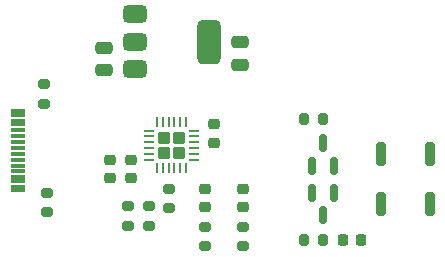
<source format=gbr>
%TF.GenerationSoftware,KiCad,Pcbnew,8.0.2*%
%TF.CreationDate,2024-06-01T19:49:29+09:00*%
%TF.ProjectId,esp8266writer,65737038-3236-4367-9772-697465722e6b,rev?*%
%TF.SameCoordinates,Original*%
%TF.FileFunction,Paste,Top*%
%TF.FilePolarity,Positive*%
%FSLAX46Y46*%
G04 Gerber Fmt 4.6, Leading zero omitted, Abs format (unit mm)*
G04 Created by KiCad (PCBNEW 8.0.2) date 2024-06-01 19:49:29*
%MOMM*%
%LPD*%
G01*
G04 APERTURE LIST*
G04 Aperture macros list*
%AMRoundRect*
0 Rectangle with rounded corners*
0 $1 Rounding radius*
0 $2 $3 $4 $5 $6 $7 $8 $9 X,Y pos of 4 corners*
0 Add a 4 corners polygon primitive as box body*
4,1,4,$2,$3,$4,$5,$6,$7,$8,$9,$2,$3,0*
0 Add four circle primitives for the rounded corners*
1,1,$1+$1,$2,$3*
1,1,$1+$1,$4,$5*
1,1,$1+$1,$6,$7*
1,1,$1+$1,$8,$9*
0 Add four rect primitives between the rounded corners*
20,1,$1+$1,$2,$3,$4,$5,0*
20,1,$1+$1,$4,$5,$6,$7,0*
20,1,$1+$1,$6,$7,$8,$9,0*
20,1,$1+$1,$8,$9,$2,$3,0*%
G04 Aperture macros list end*
%ADD10RoundRect,0.225000X-0.250000X0.225000X-0.250000X-0.225000X0.250000X-0.225000X0.250000X0.225000X0*%
%ADD11RoundRect,0.200000X0.275000X-0.200000X0.275000X0.200000X-0.275000X0.200000X-0.275000X-0.200000X0*%
%ADD12RoundRect,0.200000X-0.275000X0.200000X-0.275000X-0.200000X0.275000X-0.200000X0.275000X0.200000X0*%
%ADD13RoundRect,0.200000X0.200000X0.800000X-0.200000X0.800000X-0.200000X-0.800000X0.200000X-0.800000X0*%
%ADD14RoundRect,0.200000X0.200000X0.275000X-0.200000X0.275000X-0.200000X-0.275000X0.200000X-0.275000X0*%
%ADD15RoundRect,0.250000X-0.275000X-0.275000X0.275000X-0.275000X0.275000X0.275000X-0.275000X0.275000X0*%
%ADD16RoundRect,0.062500X-0.350000X-0.062500X0.350000X-0.062500X0.350000X0.062500X-0.350000X0.062500X0*%
%ADD17RoundRect,0.062500X-0.062500X-0.350000X0.062500X-0.350000X0.062500X0.350000X-0.062500X0.350000X0*%
%ADD18RoundRect,0.218750X-0.256250X0.218750X-0.256250X-0.218750X0.256250X-0.218750X0.256250X0.218750X0*%
%ADD19RoundRect,0.150000X0.150000X-0.587500X0.150000X0.587500X-0.150000X0.587500X-0.150000X-0.587500X0*%
%ADD20RoundRect,0.250000X0.475000X-0.250000X0.475000X0.250000X-0.475000X0.250000X-0.475000X-0.250000X0*%
%ADD21R,1.270000X0.300000*%
%ADD22RoundRect,0.250000X-0.475000X0.250000X-0.475000X-0.250000X0.475000X-0.250000X0.475000X0.250000X0*%
%ADD23RoundRect,0.225000X-0.225000X-0.250000X0.225000X-0.250000X0.225000X0.250000X-0.225000X0.250000X0*%
%ADD24RoundRect,0.375000X-0.625000X-0.375000X0.625000X-0.375000X0.625000X0.375000X-0.625000X0.375000X0*%
%ADD25RoundRect,0.500000X-0.500000X-1.400000X0.500000X-1.400000X0.500000X1.400000X-0.500000X1.400000X0*%
%ADD26RoundRect,0.150000X-0.150000X0.587500X-0.150000X-0.587500X0.150000X-0.587500X0.150000X0.587500X0*%
%ADD27RoundRect,0.225000X0.250000X-0.225000X0.250000X0.225000X-0.250000X0.225000X-0.250000X-0.225000X0*%
G04 APERTURE END LIST*
D10*
%TO.C,C3*%
X91500000Y-75762500D03*
X91500000Y-77312500D03*
%TD*%
D11*
%TO.C,R4*%
X93000000Y-81362500D03*
X93000000Y-79712500D03*
%TD*%
D12*
%TO.C,R5*%
X94750000Y-78212500D03*
X94750000Y-79862500D03*
%TD*%
D13*
%TO.C,SW1*%
X116850000Y-79500000D03*
X112650000Y-79500000D03*
%TD*%
D11*
%TO.C,R1*%
X84400000Y-80225000D03*
X84400000Y-78575000D03*
%TD*%
D13*
%TO.C,SW2*%
X116850000Y-75250000D03*
X112650000Y-75250000D03*
%TD*%
D14*
%TO.C,R8*%
X107800000Y-72312500D03*
X106150000Y-72312500D03*
%TD*%
D15*
%TO.C,U1*%
X94287500Y-73887500D03*
X94287500Y-75187500D03*
X95587500Y-73887500D03*
X95587500Y-75187500D03*
D16*
X93000000Y-73287500D03*
X93000000Y-73787500D03*
X93000000Y-74287500D03*
X93000000Y-74787500D03*
X93000000Y-75287500D03*
X93000000Y-75787500D03*
D17*
X93687500Y-76475000D03*
X94187500Y-76475000D03*
X94687500Y-76475000D03*
X95187500Y-76475000D03*
X95687500Y-76475000D03*
X96187500Y-76475000D03*
D16*
X96875000Y-75787500D03*
X96875000Y-75287500D03*
X96875000Y-74787500D03*
X96875000Y-74287500D03*
X96875000Y-73787500D03*
X96875000Y-73287500D03*
D17*
X96187500Y-72600000D03*
X95687500Y-72600000D03*
X95187500Y-72600000D03*
X94687500Y-72600000D03*
X94187500Y-72600000D03*
X93687500Y-72600000D03*
%TD*%
D18*
%TO.C,D1*%
X101000000Y-78212500D03*
X101000000Y-79787500D03*
%TD*%
D12*
%TO.C,R6*%
X101000000Y-81425000D03*
X101000000Y-83075000D03*
%TD*%
D10*
%TO.C,C2*%
X89750000Y-75762500D03*
X89750000Y-77312500D03*
%TD*%
D19*
%TO.C,Q2*%
X106800000Y-76250000D03*
X108700000Y-76250000D03*
X107750000Y-74375000D03*
%TD*%
D12*
%TO.C,R3*%
X91250000Y-79712500D03*
X91250000Y-81362500D03*
%TD*%
D20*
%TO.C,C5*%
X89250000Y-68200000D03*
X89250000Y-66300000D03*
%TD*%
D21*
%TO.C,J1*%
X81950000Y-71650000D03*
X81950000Y-72450000D03*
X81950000Y-73750000D03*
X81950000Y-74750000D03*
X81950000Y-75250000D03*
X81950000Y-76250000D03*
X81950000Y-77550000D03*
X81950000Y-78350000D03*
X81950000Y-78050000D03*
X81950000Y-77250000D03*
X81950000Y-76750000D03*
X81950000Y-75750000D03*
X81950000Y-74250000D03*
X81950000Y-73250000D03*
X81950000Y-72750000D03*
X81950000Y-71950000D03*
%TD*%
D14*
%TO.C,R9*%
X107800000Y-82562500D03*
X106150000Y-82562500D03*
%TD*%
D22*
%TO.C,C6*%
X100750000Y-65800000D03*
X100750000Y-67700000D03*
%TD*%
D23*
%TO.C,C4*%
X109450000Y-82562500D03*
X111000000Y-82562500D03*
%TD*%
D11*
%TO.C,R2*%
X84100000Y-71025000D03*
X84100000Y-69375000D03*
%TD*%
D24*
%TO.C,U2*%
X91850000Y-63450000D03*
X91850000Y-65750000D03*
D25*
X98150000Y-65750000D03*
D24*
X91850000Y-68050000D03*
%TD*%
D26*
%TO.C,Q1*%
X108700000Y-78562500D03*
X106800000Y-78562500D03*
X107750000Y-80437500D03*
%TD*%
D18*
%TO.C,D2*%
X97750000Y-78212500D03*
X97750000Y-79787500D03*
%TD*%
D27*
%TO.C,C1*%
X98500000Y-74312500D03*
X98500000Y-72762500D03*
%TD*%
D12*
%TO.C,R7*%
X97750000Y-81425000D03*
X97750000Y-83075000D03*
%TD*%
M02*

</source>
